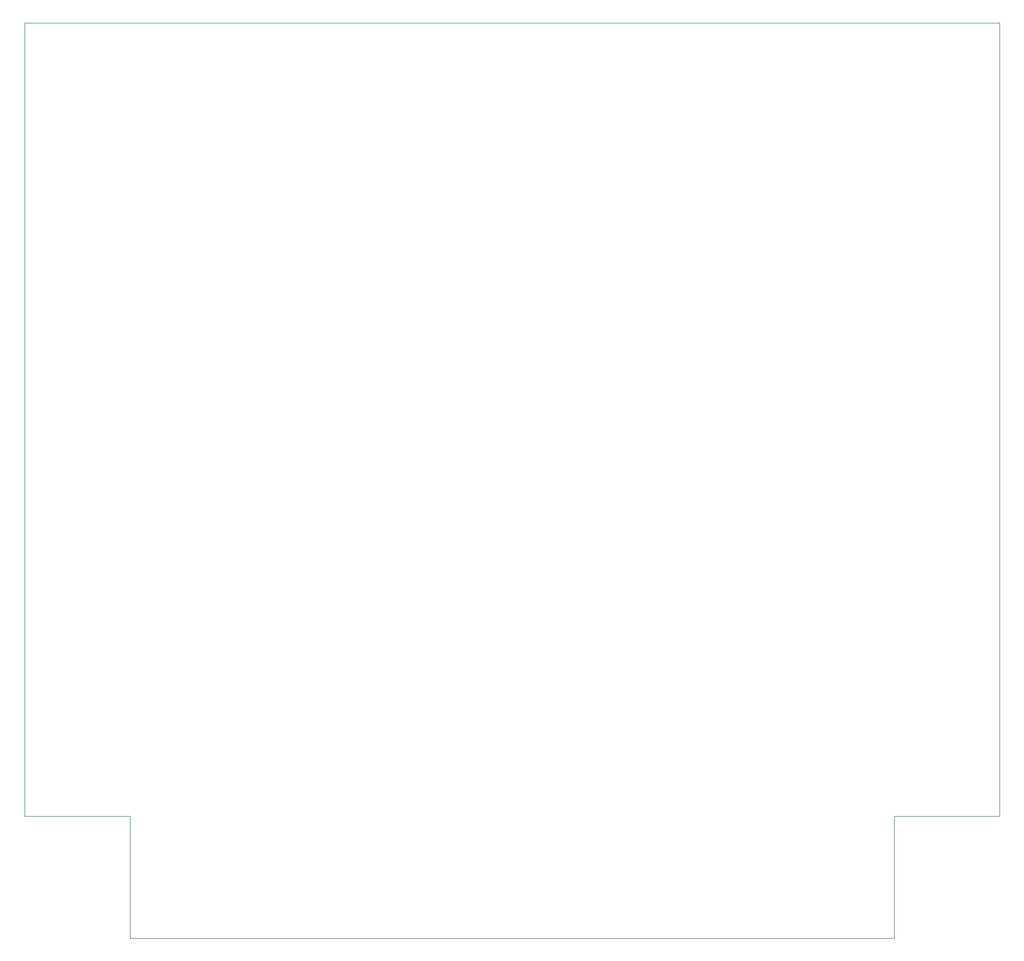
<source format=gm1>
%TF.GenerationSoftware,KiCad,Pcbnew,9.0.4*%
%TF.CreationDate,2025-10-04T20:02:18+02:00*%
%TF.ProjectId,DMH_VCEG_PCB_2,444d485f-5643-4454-975f-5043425f322e,1*%
%TF.SameCoordinates,Original*%
%TF.FileFunction,Profile,NP*%
%FSLAX46Y46*%
G04 Gerber Fmt 4.6, Leading zero omitted, Abs format (unit mm)*
G04 Created by KiCad (PCBNEW 9.0.4) date 2025-10-04 20:02:18*
%MOMM*%
%LPD*%
G01*
G04 APERTURE LIST*
%TA.AperFunction,Profile*%
%ADD10C,0.050000*%
%TD*%
G04 APERTURE END LIST*
D10*
X174000000Y-42500000D02*
X174000000Y-163000000D01*
X158000000Y-181500000D02*
X42000000Y-181500000D01*
X158000000Y-163000000D02*
X158000000Y-181500000D01*
X26000000Y-42500000D02*
X174000000Y-42500000D01*
X42000000Y-181500000D02*
X42000000Y-163000000D01*
X26000000Y-163000000D02*
X26000000Y-42500000D01*
X174000000Y-163000000D02*
X158000000Y-163000000D01*
X42000000Y-163000000D02*
X26000000Y-163000000D01*
M02*

</source>
